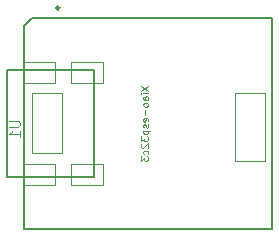
<source format=gbr>
%TF.GenerationSoftware,KiCad,Pcbnew,(6.0.9)*%
%TF.CreationDate,2023-04-09T12:51:12-04:00*%
%TF.ProjectId,MainPad,4d61696e-5061-4642-9e6b-696361645f70,rev?*%
%TF.SameCoordinates,Original*%
%TF.FileFunction,Legend,Bot*%
%TF.FilePolarity,Positive*%
%FSLAX46Y46*%
G04 Gerber Fmt 4.6, Leading zero omitted, Abs format (unit mm)*
G04 Created by KiCad (PCBNEW (6.0.9)) date 2023-04-09 12:51:12*
%MOMM*%
%LPD*%
G01*
G04 APERTURE LIST*
%ADD10C,0.101600*%
%ADD11C,0.076200*%
%ADD12C,0.066040*%
%ADD13C,0.127000*%
%ADD14C,0.254000*%
G04 APERTURE END LIST*
D10*
%TO.C,U1*%
X118390966Y-38142766D02*
X119110633Y-38142766D01*
X119195300Y-38185100D01*
X119237633Y-38227433D01*
X119279966Y-38312100D01*
X119279966Y-38481433D01*
X119237633Y-38566100D01*
X119195300Y-38608433D01*
X119110633Y-38650766D01*
X118390966Y-38650766D01*
X119279966Y-39539766D02*
X119279966Y-39031766D01*
X119279966Y-39285766D02*
X118390966Y-39285766D01*
X118517966Y-39201100D01*
X118602633Y-39116433D01*
X118644966Y-39031766D01*
D11*
X129529471Y-35182457D02*
X130139071Y-35588857D01*
X129529471Y-35588857D02*
X130139071Y-35182457D01*
X130139071Y-35821085D02*
X129732671Y-35821085D01*
X129529471Y-35821085D02*
X129558500Y-35792057D01*
X129587528Y-35821085D01*
X129558500Y-35850114D01*
X129529471Y-35821085D01*
X129587528Y-35821085D01*
X130139071Y-36372628D02*
X129819757Y-36372628D01*
X129761700Y-36343600D01*
X129732671Y-36285542D01*
X129732671Y-36169428D01*
X129761700Y-36111371D01*
X130110042Y-36372628D02*
X130139071Y-36314571D01*
X130139071Y-36169428D01*
X130110042Y-36111371D01*
X130051985Y-36082342D01*
X129993928Y-36082342D01*
X129935871Y-36111371D01*
X129906842Y-36169428D01*
X129906842Y-36314571D01*
X129877814Y-36372628D01*
X130139071Y-36750000D02*
X130110042Y-36691942D01*
X130081014Y-36662914D01*
X130022957Y-36633885D01*
X129848785Y-36633885D01*
X129790728Y-36662914D01*
X129761700Y-36691942D01*
X129732671Y-36750000D01*
X129732671Y-36837085D01*
X129761700Y-36895142D01*
X129790728Y-36924171D01*
X129848785Y-36953200D01*
X130022957Y-36953200D01*
X130081014Y-36924171D01*
X130110042Y-36895142D01*
X130139071Y-36837085D01*
X130139071Y-36750000D01*
X129906842Y-37214457D02*
X129906842Y-37678914D01*
X130110042Y-38201428D02*
X130139071Y-38143371D01*
X130139071Y-38027257D01*
X130110042Y-37969200D01*
X130051985Y-37940171D01*
X129819757Y-37940171D01*
X129761700Y-37969200D01*
X129732671Y-38027257D01*
X129732671Y-38143371D01*
X129761700Y-38201428D01*
X129819757Y-38230457D01*
X129877814Y-38230457D01*
X129935871Y-37940171D01*
X130110042Y-38462685D02*
X130139071Y-38520742D01*
X130139071Y-38636857D01*
X130110042Y-38694914D01*
X130051985Y-38723942D01*
X130022957Y-38723942D01*
X129964900Y-38694914D01*
X129935871Y-38636857D01*
X129935871Y-38549771D01*
X129906842Y-38491714D01*
X129848785Y-38462685D01*
X129819757Y-38462685D01*
X129761700Y-38491714D01*
X129732671Y-38549771D01*
X129732671Y-38636857D01*
X129761700Y-38694914D01*
X129732671Y-38985200D02*
X130342271Y-38985200D01*
X129761700Y-38985200D02*
X129732671Y-39043257D01*
X129732671Y-39159371D01*
X129761700Y-39217428D01*
X129790728Y-39246457D01*
X129848785Y-39275485D01*
X130022957Y-39275485D01*
X130081014Y-39246457D01*
X130110042Y-39217428D01*
X130139071Y-39159371D01*
X130139071Y-39043257D01*
X130110042Y-38985200D01*
X129529471Y-39478685D02*
X129529471Y-39856057D01*
X129761700Y-39652857D01*
X129761700Y-39739942D01*
X129790728Y-39798000D01*
X129819757Y-39827028D01*
X129877814Y-39856057D01*
X130022957Y-39856057D01*
X130081014Y-39827028D01*
X130110042Y-39798000D01*
X130139071Y-39739942D01*
X130139071Y-39565771D01*
X130110042Y-39507714D01*
X130081014Y-39478685D01*
X129587528Y-40088285D02*
X129558500Y-40117314D01*
X129529471Y-40175371D01*
X129529471Y-40320514D01*
X129558500Y-40378571D01*
X129587528Y-40407600D01*
X129645585Y-40436628D01*
X129703642Y-40436628D01*
X129790728Y-40407600D01*
X130139071Y-40059257D01*
X130139071Y-40436628D01*
X130110042Y-40959142D02*
X130139071Y-40901085D01*
X130139071Y-40784971D01*
X130110042Y-40726914D01*
X130081014Y-40697885D01*
X130022957Y-40668857D01*
X129848785Y-40668857D01*
X129790728Y-40697885D01*
X129761700Y-40726914D01*
X129732671Y-40784971D01*
X129732671Y-40901085D01*
X129761700Y-40959142D01*
X129529471Y-41162342D02*
X129529471Y-41539714D01*
X129761700Y-41336514D01*
X129761700Y-41423600D01*
X129790728Y-41481657D01*
X129819757Y-41510685D01*
X129877814Y-41539714D01*
X130022957Y-41539714D01*
X130081014Y-41510685D01*
X130110042Y-41481657D01*
X130139071Y-41423600D01*
X130139071Y-41249428D01*
X130110042Y-41191371D01*
X130081014Y-41162342D01*
D12*
X122243300Y-43582600D02*
X119576300Y-43582600D01*
D13*
X118235180Y-33884880D02*
X118235180Y-42879020D01*
D12*
X126309840Y-43582600D02*
X123640300Y-43582600D01*
X122243300Y-34946600D02*
X119576300Y-34946600D01*
X140023300Y-35835600D02*
X140023300Y-41550600D01*
X122243300Y-41804600D02*
X122243300Y-43582600D01*
X140023300Y-35835600D02*
X137483300Y-35835600D01*
X137483300Y-35835600D02*
X137483300Y-41550600D01*
X126309840Y-41804600D02*
X126309840Y-43582600D01*
X126309840Y-33168600D02*
X126309840Y-34946600D01*
X122878300Y-40915600D02*
X120338300Y-40915600D01*
X122878300Y-35835600D02*
X120338300Y-35835600D01*
X122878300Y-35835600D02*
X122878300Y-40915600D01*
X123640300Y-41804600D02*
X123640300Y-43582600D01*
D13*
X118235180Y-42879020D02*
X125588480Y-42879020D01*
D12*
X120338300Y-35835600D02*
X120338300Y-40915600D01*
D13*
X120330680Y-29485600D02*
X140658300Y-29485600D01*
D12*
X126309840Y-33168600D02*
X123640300Y-33168600D01*
D13*
X125588480Y-33879800D02*
X118235180Y-33879800D01*
D12*
X123640300Y-33168600D02*
X123640300Y-34946600D01*
X126309840Y-41804600D02*
X123640300Y-41804600D01*
X122243300Y-41804600D02*
X119576300Y-41804600D01*
X122243300Y-33168600D02*
X122243300Y-34946600D01*
X122243300Y-33168600D02*
X119576300Y-33168600D01*
D13*
X140658300Y-29485600D02*
X140658300Y-47283380D01*
D12*
X126309840Y-34946600D02*
X123640300Y-34946600D01*
D13*
X119660120Y-30156160D02*
X120330680Y-29485600D01*
X140658300Y-47283380D02*
X119660120Y-47283380D01*
X119660120Y-47283380D02*
X119660120Y-30156160D01*
D12*
X140023300Y-41550600D02*
X137483300Y-41550600D01*
X119576300Y-41804600D02*
X119576300Y-43582600D01*
D13*
X125588480Y-42879020D02*
X125588480Y-33879800D01*
D12*
X119576300Y-33168600D02*
X119576300Y-34946600D01*
D14*
X122624300Y-28596600D02*
G75*
G03*
X122624300Y-28596600I-127000J0D01*
G01*
%TD*%
M02*

</source>
